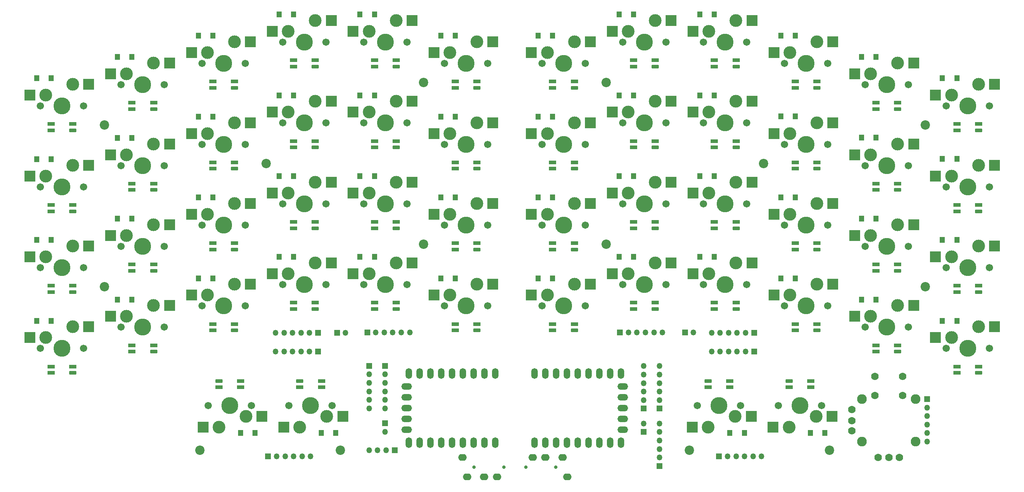
<source format=gbr>
%TF.GenerationSoftware,KiCad,Pcbnew,7.0.8*%
%TF.CreationDate,2024-04-16T05:21:19+09:00*%
%TF.ProjectId,pcb,7063622e-6b69-4636-9164-5f7063625858,rev?*%
%TF.SameCoordinates,Original*%
%TF.FileFunction,Soldermask,Bot*%
%TF.FilePolarity,Negative*%
%FSLAX46Y46*%
G04 Gerber Fmt 4.6, Leading zero omitted, Abs format (unit mm)*
G04 Created by KiCad (PCBNEW 7.0.8) date 2024-04-16 05:21:19*
%MOMM*%
%LPD*%
G01*
G04 APERTURE LIST*
G04 Aperture macros list*
%AMRoundRect*
0 Rectangle with rounded corners*
0 $1 Rounding radius*
0 $2 $3 $4 $5 $6 $7 $8 $9 X,Y pos of 4 corners*
0 Add a 4 corners polygon primitive as box body*
4,1,4,$2,$3,$4,$5,$6,$7,$8,$9,$2,$3,0*
0 Add four circle primitives for the rounded corners*
1,1,$1+$1,$2,$3*
1,1,$1+$1,$4,$5*
1,1,$1+$1,$6,$7*
1,1,$1+$1,$8,$9*
0 Add four rect primitives between the rounded corners*
20,1,$1+$1,$2,$3,$4,$5,0*
20,1,$1+$1,$4,$5,$6,$7,0*
20,1,$1+$1,$6,$7,$8,$9,0*
20,1,$1+$1,$8,$9,$2,$3,0*%
G04 Aperture macros list end*
%ADD10C,1.701800*%
%ADD11C,3.000000*%
%ADD12C,3.987800*%
%ADD13R,2.550000X2.500000*%
%ADD14C,2.200000*%
%ADD15R,1.350000X1.350000*%
%ADD16O,1.350000X1.350000*%
%ADD17C,0.800000*%
%ADD18O,2.000000X1.600000*%
%ADD19C,1.778000*%
%ADD20C,2.286000*%
%ADD21O,1.500000X2.500000*%
%ADD22O,2.500000X1.500000*%
%ADD23R,1.700000X0.820000*%
%ADD24RoundRect,0.205000X0.645000X0.205000X-0.645000X0.205000X-0.645000X-0.205000X0.645000X-0.205000X0*%
%ADD25RoundRect,0.205000X-0.645000X-0.205000X0.645000X-0.205000X0.645000X0.205000X-0.645000X0.205000X0*%
%ADD26R,1.200000X1.400000*%
G04 APERTURE END LIST*
D10*
%TO.C,SW31_R1*%
X105470000Y-82109851D03*
D11*
X106740000Y-79569851D03*
D12*
X110550000Y-82109851D03*
D11*
X113090000Y-77029851D03*
D10*
X115630000Y-82109851D03*
D13*
X116840000Y-77029851D03*
X102990000Y-79569851D03*
%TD*%
D14*
%TO.C,H11*%
X157550000Y-67609851D03*
%TD*%
D10*
%TO.C,SW42_L1*%
X204370000Y-96109851D03*
D11*
X205640000Y-93569851D03*
D12*
X209450000Y-96109851D03*
D11*
X211990000Y-91029851D03*
D10*
X214530000Y-96109851D03*
D13*
X215740000Y-91029851D03*
X201890000Y-93569851D03*
%TD*%
D10*
%TO.C,SW52_L1*%
X185370000Y-101109851D03*
D11*
X186640000Y-98569851D03*
D12*
X190450000Y-101109851D03*
D11*
X192990000Y-96029851D03*
D10*
X195530000Y-101109851D03*
D13*
X196740000Y-96029851D03*
X182890000Y-98569851D03*
%TD*%
D10*
%TO.C,SW12_R1*%
X143470000Y-96109851D03*
D11*
X144740000Y-93569851D03*
D12*
X148550000Y-96109851D03*
D11*
X151090000Y-91029851D03*
D10*
X153630000Y-96109851D03*
D13*
X154840000Y-91029851D03*
X140990000Y-93569851D03*
%TD*%
D10*
%TO.C,SW11_R1*%
X143470000Y-77109851D03*
D11*
X144740000Y-74569851D03*
D12*
X148550000Y-77109851D03*
D11*
X151090000Y-72029851D03*
D10*
X153630000Y-77109851D03*
D13*
X154840000Y-72029851D03*
X140990000Y-74569851D03*
%TD*%
D14*
%TO.C,H6*%
X220000000Y-154000000D03*
%TD*%
D10*
%TO.C,SW50_R1*%
X67470000Y-73109851D03*
D11*
X68740000Y-70569851D03*
D12*
X72550000Y-73109851D03*
D11*
X75090000Y-68029851D03*
D10*
X77630000Y-73109851D03*
D13*
X78840000Y-68029851D03*
X64990000Y-70569851D03*
%TD*%
D10*
%TO.C,SW10_R1*%
X143470000Y-58109851D03*
D11*
X144740000Y-55569851D03*
D12*
X148550000Y-58109851D03*
D11*
X151090000Y-53029851D03*
D10*
X153630000Y-58109851D03*
D13*
X154840000Y-53029851D03*
X140990000Y-55569851D03*
%TD*%
D10*
%TO.C,SW14_R1*%
X136080000Y-143500000D03*
D11*
X134810000Y-146040000D03*
D12*
X131000000Y-143500000D03*
D11*
X128460000Y-148580000D03*
D10*
X125920000Y-143500000D03*
D13*
X124710000Y-148580000D03*
X138560000Y-146040000D03*
%TD*%
D10*
%TO.C,SW40_R1*%
X86470000Y-68109851D03*
D11*
X87740000Y-65569851D03*
D12*
X91550000Y-68109851D03*
D11*
X94090000Y-63029851D03*
D10*
X96630000Y-68109851D03*
D13*
X97840000Y-63029851D03*
X83990000Y-65569851D03*
%TD*%
D10*
%TO.C,SW32_R1*%
X105470000Y-101109851D03*
D11*
X106740000Y-98569851D03*
D12*
X110550000Y-101109851D03*
D11*
X113090000Y-96029851D03*
D10*
X115630000Y-101109851D03*
D13*
X116840000Y-96029851D03*
X102990000Y-98569851D03*
%TD*%
D14*
%TO.C,H10*%
X120550000Y-86609851D03*
%TD*%
D10*
%TO.C,SW12_L1*%
X261370000Y-106109851D03*
D11*
X262640000Y-103569851D03*
D12*
X266450000Y-106109851D03*
D11*
X268990000Y-101029851D03*
D10*
X271530000Y-106109851D03*
D13*
X272740000Y-101029851D03*
X258890000Y-103569851D03*
%TD*%
D10*
%TO.C,SW53_R1*%
X67470000Y-130109851D03*
D11*
X68740000Y-127569851D03*
D12*
X72550000Y-130109851D03*
D11*
X75090000Y-125029851D03*
D10*
X77630000Y-130109851D03*
D13*
X78840000Y-125029851D03*
X64990000Y-127569851D03*
%TD*%
D10*
%TO.C,SW42_R1*%
X86470000Y-106109851D03*
D11*
X87740000Y-103569851D03*
D12*
X91550000Y-106109851D03*
D11*
X94090000Y-101029851D03*
D10*
X96630000Y-106109851D03*
D13*
X97840000Y-101029851D03*
X83990000Y-103569851D03*
%TD*%
D10*
%TO.C,SW33_R1*%
X105470000Y-120109851D03*
D11*
X106740000Y-117569851D03*
D12*
X110550000Y-120109851D03*
D11*
X113090000Y-115029851D03*
D10*
X115630000Y-120109851D03*
D13*
X116840000Y-115029851D03*
X102990000Y-117569851D03*
%TD*%
D14*
%TO.C,H1*%
X200450000Y-67609851D03*
%TD*%
D15*
%TO.C,Col_L1*%
X209250000Y-144250000D03*
D16*
X209250000Y-142250000D03*
X209250000Y-140250000D03*
X209250000Y-138250000D03*
X209250000Y-136250000D03*
X209250000Y-134250000D03*
%TD*%
D10*
%TO.C,SW10_L1*%
X261370000Y-68109851D03*
D11*
X262640000Y-65569851D03*
D12*
X266450000Y-68109851D03*
D11*
X268990000Y-63029851D03*
D10*
X271530000Y-68109851D03*
D13*
X272740000Y-63029851D03*
X258890000Y-65569851D03*
%TD*%
D10*
%TO.C,SW22_R1*%
X124470000Y-96109851D03*
D11*
X125740000Y-93569851D03*
D12*
X129550000Y-96109851D03*
D11*
X132090000Y-91029851D03*
D10*
X134630000Y-96109851D03*
D13*
X135840000Y-91029851D03*
X121990000Y-93569851D03*
%TD*%
D17*
%TO.C,TRRS1*%
X176400000Y-158000000D03*
X169400000Y-158000000D03*
D18*
X167800000Y-160300000D03*
X171800000Y-160300000D03*
X174800000Y-160300000D03*
X166700000Y-155700000D03*
%TD*%
D15*
%TO.C,MatrixC_R1*%
X132750000Y-130800000D03*
D16*
X130750000Y-130800000D03*
X128750000Y-130800000D03*
X126750000Y-130800000D03*
X124750000Y-130800000D03*
X122750000Y-130800000D03*
%TD*%
D15*
%TO.C,Joystick1*%
X213000000Y-157750000D03*
D16*
X213000000Y-155750000D03*
X213000000Y-153750000D03*
X213000000Y-151750000D03*
X213000000Y-149750000D03*
X213000000Y-147750000D03*
%TD*%
D10*
%TO.C,SW53_L1*%
X185370000Y-120109851D03*
D11*
X186640000Y-117569851D03*
D12*
X190450000Y-120109851D03*
D11*
X192990000Y-115029851D03*
D10*
X195530000Y-120109851D03*
D13*
X196740000Y-115029851D03*
X182890000Y-117569851D03*
%TD*%
D17*
%TO.C,TRRS2*%
X181600000Y-158000000D03*
X188600000Y-158000000D03*
D18*
X190200000Y-155700000D03*
X186200000Y-155700000D03*
X183200000Y-155700000D03*
X191300000Y-160300000D03*
%TD*%
D15*
%TO.C,Main_to_Sub1*%
X144300000Y-126359851D03*
D16*
X146300000Y-126359851D03*
X148300000Y-126359851D03*
X150300000Y-126359851D03*
X152300000Y-126359851D03*
X154300000Y-126359851D03*
%TD*%
D15*
%TO.C,Main_to_Sub_L1*%
X203700000Y-126359851D03*
D16*
X205700000Y-126359851D03*
X207700000Y-126359851D03*
X209700000Y-126359851D03*
X211700000Y-126359851D03*
X213700000Y-126359851D03*
%TD*%
D10*
%TO.C,SW21_R1*%
X124470000Y-77109851D03*
D11*
X125740000Y-74569851D03*
D12*
X129550000Y-77109851D03*
D11*
X132090000Y-72029851D03*
D10*
X134630000Y-77109851D03*
D13*
X135840000Y-72029851D03*
X121990000Y-74569851D03*
%TD*%
D19*
%TO.C,Joystick3*%
X263653246Y-136701873D03*
X270153246Y-136701873D03*
X263653246Y-141201873D03*
X270153246Y-141201873D03*
X264403246Y-155701873D03*
X266903246Y-155701873D03*
X269403246Y-155701873D03*
D20*
X260603246Y-142001873D03*
X260603246Y-152001873D03*
X273203246Y-152001873D03*
X273203246Y-142001873D03*
D19*
X258203246Y-144501873D03*
X258203246Y-147049212D03*
X258203246Y-149501873D03*
%TD*%
D10*
%TO.C,SW41_R1*%
X86470000Y-87109851D03*
D11*
X87740000Y-84569851D03*
D12*
X91550000Y-87109851D03*
D11*
X94090000Y-82029851D03*
D10*
X96630000Y-87109851D03*
D13*
X97840000Y-82029851D03*
X83990000Y-84569851D03*
%TD*%
D15*
%TO.C,MatrixR_R1*%
X235250000Y-126400000D03*
D16*
X233250000Y-126400000D03*
X231250000Y-126400000D03*
X229250000Y-126400000D03*
X227250000Y-126400000D03*
X225250000Y-126400000D03*
%TD*%
D10*
%TO.C,SW23_L1*%
X242370000Y-120109851D03*
D11*
X243640000Y-117569851D03*
D12*
X247450000Y-120109851D03*
D11*
X249990000Y-115029851D03*
D10*
X252530000Y-120109851D03*
D13*
X253740000Y-115029851D03*
X239890000Y-117569851D03*
%TD*%
D15*
%TO.C,Row_R1*%
X144750000Y-134200000D03*
D16*
X144750000Y-136200000D03*
X144750000Y-138200000D03*
X144750000Y-140200000D03*
X144750000Y-142200000D03*
X144750000Y-144200000D03*
%TD*%
D15*
%TO.C,Power_Mtrx_L1*%
X219000000Y-126359851D03*
D16*
X221000000Y-126359851D03*
%TD*%
D14*
%TO.C,H8*%
X82550000Y-77609851D03*
%TD*%
%TO.C,H9*%
X82550000Y-115609851D03*
%TD*%
D10*
%TO.C,SW43_R1*%
X86470000Y-125109851D03*
D11*
X87740000Y-122569851D03*
D12*
X91550000Y-125109851D03*
D11*
X94090000Y-120029851D03*
D10*
X96630000Y-125109851D03*
D13*
X97840000Y-120029851D03*
X83990000Y-122569851D03*
%TD*%
D15*
%TO.C,MatrixC_L1*%
X235250000Y-130800000D03*
D16*
X233250000Y-130800000D03*
X231250000Y-130800000D03*
X229250000Y-130800000D03*
X227250000Y-130800000D03*
X225250000Y-130800000D03*
%TD*%
D14*
%TO.C,H14*%
X138000000Y-154000000D03*
%TD*%
D10*
%TO.C,SW03_L1*%
X280370000Y-130109851D03*
D11*
X281640000Y-127569851D03*
D12*
X285450000Y-130109851D03*
D11*
X287990000Y-125029851D03*
D10*
X290530000Y-130109851D03*
D13*
X291740000Y-125029851D03*
X277890000Y-127569851D03*
%TD*%
D10*
%TO.C,SW54_L1*%
X251080000Y-143500000D03*
D11*
X249810000Y-146040000D03*
D12*
X246000000Y-143500000D03*
D11*
X243460000Y-148580000D03*
D10*
X240920000Y-143500000D03*
D13*
X239710000Y-148580000D03*
X253560000Y-146040000D03*
%TD*%
D14*
%TO.C,H4*%
X275450000Y-77609851D03*
%TD*%
D10*
%TO.C,SW00_L1*%
X280370000Y-73109851D03*
D11*
X281640000Y-70569851D03*
D12*
X285450000Y-73109851D03*
D11*
X287990000Y-68029851D03*
D10*
X290530000Y-73109851D03*
D13*
X291740000Y-68029851D03*
X277890000Y-70569851D03*
%TD*%
D14*
%TO.C,H7*%
X253000000Y-154000000D03*
%TD*%
D10*
%TO.C,SW03_R1*%
X162470000Y-120109851D03*
D11*
X163740000Y-117569851D03*
D12*
X167550000Y-120109851D03*
D11*
X170090000Y-115029851D03*
D10*
X172630000Y-120109851D03*
D13*
X173840000Y-115029851D03*
X159990000Y-117569851D03*
%TD*%
D10*
%TO.C,SW32_L1*%
X223370000Y-96109851D03*
D11*
X224640000Y-93569851D03*
D12*
X228450000Y-96109851D03*
D11*
X230990000Y-91029851D03*
D10*
X233530000Y-96109851D03*
D13*
X234740000Y-91029851D03*
X220890000Y-93569851D03*
%TD*%
D10*
%TO.C,SW22_L1*%
X242370000Y-101109851D03*
D11*
X243640000Y-98569851D03*
D12*
X247450000Y-101109851D03*
D11*
X249990000Y-96029851D03*
D10*
X252530000Y-101109851D03*
D13*
X253740000Y-96029851D03*
X239890000Y-98569851D03*
%TD*%
D10*
%TO.C,SW00_R1*%
X162470000Y-63109851D03*
D11*
X163740000Y-60569851D03*
D12*
X167550000Y-63109851D03*
D11*
X170090000Y-58029851D03*
D10*
X172630000Y-63109851D03*
D13*
X173840000Y-58029851D03*
X159990000Y-60569851D03*
%TD*%
D10*
%TO.C,SW02_R1*%
X162470000Y-101109851D03*
D11*
X163740000Y-98569851D03*
D12*
X167550000Y-101109851D03*
D11*
X170090000Y-96029851D03*
D10*
X172630000Y-101109851D03*
D13*
X173840000Y-96029851D03*
X159990000Y-98569851D03*
%TD*%
D15*
%TO.C,Power_Ctrlr_L1*%
X209250000Y-149750000D03*
D16*
X209250000Y-147750000D03*
%TD*%
D15*
%TO.C,Sub_to_Main_L1*%
X227000000Y-155500000D03*
D16*
X229000000Y-155500000D03*
X231000000Y-155500000D03*
X233000000Y-155500000D03*
X235000000Y-155500000D03*
X237000000Y-155500000D03*
%TD*%
D14*
%TO.C,H3*%
X237450000Y-86609851D03*
%TD*%
D10*
%TO.C,SW30_R1*%
X105470000Y-63109851D03*
D11*
X106740000Y-60569851D03*
D12*
X110550000Y-63109851D03*
D11*
X113090000Y-58029851D03*
D10*
X115630000Y-63109851D03*
D13*
X116840000Y-58029851D03*
X102990000Y-60569851D03*
%TD*%
D10*
%TO.C,SW51_R1*%
X67470000Y-92109851D03*
D11*
X68740000Y-89569851D03*
D12*
X72550000Y-92109851D03*
D11*
X75090000Y-87029851D03*
D10*
X77630000Y-92109851D03*
D13*
X78840000Y-87029851D03*
X64990000Y-89569851D03*
%TD*%
D21*
%TO.C,MCU2*%
X183590000Y-135976000D03*
X186130000Y-135976000D03*
X188670000Y-135976000D03*
X191210000Y-135976000D03*
X193750000Y-135976000D03*
X196290000Y-135976000D03*
X198830000Y-135976000D03*
X201370000Y-135976000D03*
X203910000Y-135976000D03*
D22*
X204410000Y-139016000D03*
X204410000Y-141556000D03*
X204410000Y-144096000D03*
X204410000Y-146636000D03*
X204410000Y-149176000D03*
D21*
X203910000Y-152216000D03*
X201370000Y-152216000D03*
X198830000Y-152216000D03*
X196290000Y-152216000D03*
X193750000Y-152216000D03*
X191210000Y-152216000D03*
X188670000Y-152216000D03*
X186130000Y-152216000D03*
X183590000Y-152216000D03*
%TD*%
%TO.C,MCU1*%
X174410000Y-152216000D03*
X171870000Y-152216000D03*
X169330000Y-152216000D03*
X166790000Y-152216000D03*
X164250000Y-152216000D03*
X161710000Y-152216000D03*
X159170000Y-152216000D03*
X156630000Y-152216000D03*
X154090000Y-152216000D03*
D22*
X153590000Y-149176000D03*
X153590000Y-146636000D03*
X153590000Y-144096000D03*
X153590000Y-141556000D03*
X153590000Y-139016000D03*
D21*
X154090000Y-135976000D03*
X156630000Y-135976000D03*
X159170000Y-135976000D03*
X161710000Y-135976000D03*
X164250000Y-135976000D03*
X166790000Y-135976000D03*
X169330000Y-135976000D03*
X171870000Y-135976000D03*
X174410000Y-135976000D03*
%TD*%
D15*
%TO.C,MatrixR_R2*%
X132750000Y-126400000D03*
D16*
X130750000Y-126400000D03*
X128750000Y-126400000D03*
X126750000Y-126400000D03*
X124750000Y-126400000D03*
X122750000Y-126400000D03*
%TD*%
D14*
%TO.C,H13*%
X105000000Y-154000000D03*
%TD*%
D15*
%TO.C,Power_Ctrlr_R1*%
X148500000Y-147700000D03*
D16*
X148500000Y-149700000D03*
%TD*%
D10*
%TO.C,SW30_L1*%
X223370000Y-58109851D03*
D11*
X224640000Y-55569851D03*
D12*
X228450000Y-58109851D03*
D11*
X230990000Y-53029851D03*
D10*
X233530000Y-58109851D03*
D13*
X234740000Y-53029851D03*
X220890000Y-55569851D03*
%TD*%
D15*
%TO.C,Joystick2*%
X275903246Y-142001873D03*
D16*
X275903246Y-144001873D03*
X275903246Y-146001873D03*
X275903246Y-148001873D03*
X275903246Y-150001873D03*
X275903246Y-152001873D03*
%TD*%
D10*
%TO.C,SW21_L1*%
X242370000Y-82109851D03*
D11*
X243640000Y-79569851D03*
D12*
X247450000Y-82109851D03*
D11*
X249990000Y-77029851D03*
D10*
X252530000Y-82109851D03*
D13*
X253740000Y-77029851D03*
X239890000Y-79569851D03*
%TD*%
D15*
%TO.C,Sub_to_Main1*%
X121000000Y-155500000D03*
D16*
X123000000Y-155500000D03*
X125000000Y-155500000D03*
X127000000Y-155500000D03*
X129000000Y-155500000D03*
X131000000Y-155500000D03*
%TD*%
D15*
%TO.C,Power_Mtrx_R1*%
X137200000Y-126400000D03*
D16*
X139200000Y-126400000D03*
%TD*%
D10*
%TO.C,SW51_L1*%
X185370000Y-82109851D03*
D11*
X186640000Y-79569851D03*
D12*
X190450000Y-82109851D03*
D11*
X192990000Y-77029851D03*
D10*
X195530000Y-82109851D03*
D13*
X196740000Y-77029851D03*
X182890000Y-79569851D03*
%TD*%
D10*
%TO.C,SW31_L1*%
X223370000Y-77109851D03*
D11*
X224640000Y-74569851D03*
D12*
X228450000Y-77109851D03*
D11*
X230990000Y-72029851D03*
D10*
X233530000Y-77109851D03*
D13*
X234740000Y-72029851D03*
X220890000Y-74569851D03*
%TD*%
D14*
%TO.C,H12*%
X157550000Y-105609852D03*
%TD*%
D10*
%TO.C,SW52_R1*%
X67470000Y-111109851D03*
D11*
X68740000Y-108569851D03*
D12*
X72550000Y-111109851D03*
D11*
X75090000Y-106029851D03*
D10*
X77630000Y-111109851D03*
D13*
X78840000Y-106029851D03*
X64990000Y-108569851D03*
%TD*%
D10*
%TO.C,SW40_L1*%
X204370000Y-58109851D03*
D11*
X205640000Y-55569851D03*
D12*
X209450000Y-58109851D03*
D11*
X211990000Y-53029851D03*
D10*
X214530000Y-58109851D03*
D13*
X215740000Y-53029851D03*
X201890000Y-55569851D03*
%TD*%
D10*
%TO.C,SW23_R1*%
X124470000Y-115109851D03*
D11*
X125740000Y-112569851D03*
D12*
X129550000Y-115109851D03*
D11*
X132090000Y-110029851D03*
D10*
X134630000Y-115109851D03*
D13*
X135840000Y-110029851D03*
X121990000Y-112569851D03*
%TD*%
D10*
%TO.C,SW13_L1*%
X261370000Y-125109851D03*
D11*
X262640000Y-122569851D03*
D12*
X266450000Y-125109851D03*
D11*
X268990000Y-120029851D03*
D10*
X271530000Y-125109851D03*
D13*
X272740000Y-120029851D03*
X258890000Y-122569851D03*
%TD*%
D10*
%TO.C,SW33_L1*%
X223370000Y-115109851D03*
D11*
X224640000Y-112569851D03*
D12*
X228450000Y-115109851D03*
D11*
X230990000Y-110029851D03*
D10*
X233530000Y-115109851D03*
D13*
X234740000Y-110029851D03*
X220890000Y-112569851D03*
%TD*%
D10*
%TO.C,SW01_L1*%
X280370000Y-92109851D03*
D11*
X281640000Y-89569851D03*
D12*
X285450000Y-92109851D03*
D11*
X287990000Y-87029851D03*
D10*
X290530000Y-92109851D03*
D13*
X291740000Y-87029851D03*
X277890000Y-89569851D03*
%TD*%
D15*
%TO.C,Row_L1*%
X213000000Y-144250000D03*
D16*
X213000000Y-142250000D03*
X213000000Y-140250000D03*
X213000000Y-138250000D03*
X213000000Y-136250000D03*
X213000000Y-134250000D03*
%TD*%
D10*
%TO.C,SW43_L1*%
X204370000Y-115109851D03*
D11*
X205640000Y-112569851D03*
D12*
X209450000Y-115109851D03*
D11*
X211990000Y-110029851D03*
D10*
X214530000Y-115109851D03*
D13*
X215740000Y-110029851D03*
X201890000Y-112569851D03*
%TD*%
D10*
%TO.C,SW01_R1*%
X162470000Y-82109851D03*
D11*
X163740000Y-79569851D03*
D12*
X167550000Y-82109851D03*
D11*
X170090000Y-77029851D03*
D10*
X172630000Y-82109851D03*
D13*
X173840000Y-77029851D03*
X159990000Y-79569851D03*
%TD*%
D10*
%TO.C,SW02_L1*%
X280370000Y-111109851D03*
D11*
X281640000Y-108569851D03*
D12*
X285450000Y-111109851D03*
D11*
X287990000Y-106029851D03*
D10*
X290530000Y-111109851D03*
D13*
X291740000Y-106029851D03*
X277890000Y-108569851D03*
%TD*%
D10*
%TO.C,SW20_R1*%
X124470000Y-58109851D03*
D11*
X125740000Y-55569851D03*
D12*
X129550000Y-58109851D03*
D11*
X132090000Y-53029851D03*
D10*
X134630000Y-58109851D03*
D13*
X135840000Y-53029851D03*
X121990000Y-55569851D03*
%TD*%
D14*
%TO.C,H2*%
X200450000Y-105609852D03*
%TD*%
D15*
%TO.C,CoL_R1*%
X148500000Y-134200000D03*
D16*
X148500000Y-136200000D03*
X148500000Y-138200000D03*
X148500000Y-140200000D03*
X148500000Y-142200000D03*
X148500000Y-144200000D03*
%TD*%
D15*
%TO.C,I2C_pinout1*%
X150750000Y-154000000D03*
D16*
X148750000Y-154000000D03*
X146750000Y-154000000D03*
X144750000Y-154000000D03*
%TD*%
D10*
%TO.C,SW44_L1*%
X232080000Y-143500000D03*
D11*
X230810000Y-146040000D03*
D12*
X227000000Y-143500000D03*
D11*
X224460000Y-148580000D03*
D10*
X221920000Y-143500000D03*
D13*
X220710000Y-148580000D03*
X234560000Y-146040000D03*
%TD*%
D10*
%TO.C,SW20_L1*%
X242370000Y-63109851D03*
D11*
X243640000Y-60569851D03*
D12*
X247450000Y-63109851D03*
D11*
X249990000Y-58029851D03*
D10*
X252530000Y-63109851D03*
D13*
X253740000Y-58029851D03*
X239890000Y-60569851D03*
%TD*%
D10*
%TO.C,SW11_L1*%
X261370000Y-87109851D03*
D11*
X262640000Y-84569851D03*
D12*
X266450000Y-87109851D03*
D11*
X268990000Y-82029851D03*
D10*
X271530000Y-87109851D03*
D13*
X272740000Y-82029851D03*
X258890000Y-84569851D03*
%TD*%
D14*
%TO.C,H5*%
X275450000Y-115609851D03*
%TD*%
D10*
%TO.C,SW50_L1*%
X185370000Y-63109851D03*
D11*
X186640000Y-60569851D03*
D12*
X190450000Y-63109851D03*
D11*
X192990000Y-58029851D03*
D10*
X195530000Y-63109851D03*
D13*
X196740000Y-58029851D03*
X182890000Y-60569851D03*
%TD*%
D10*
%TO.C,SW04_R1*%
X117080000Y-143500000D03*
D11*
X115810000Y-146040000D03*
D12*
X112000000Y-143500000D03*
D11*
X109460000Y-148580000D03*
D10*
X106920000Y-143500000D03*
D13*
X105710000Y-148580000D03*
X119560000Y-146040000D03*
%TD*%
D10*
%TO.C,SW13_R1*%
X143470000Y-115109851D03*
D11*
X144740000Y-112569851D03*
D12*
X148550000Y-115109851D03*
D11*
X151090000Y-110029851D03*
D10*
X153630000Y-115109851D03*
D13*
X154840000Y-110029851D03*
X140990000Y-112569851D03*
%TD*%
D10*
%TO.C,SW41_L1*%
X204370000Y-77109851D03*
D11*
X205640000Y-74569851D03*
D12*
X209450000Y-77109851D03*
D11*
X211990000Y-72029851D03*
D10*
X214530000Y-77109851D03*
D13*
X215740000Y-72029851D03*
X201890000Y-74569851D03*
%TD*%
D23*
%TO.C,LED44_L1*%
X229550000Y-139250000D03*
X229550000Y-137750000D03*
D24*
X224450000Y-137750000D03*
D23*
X224450000Y-139250000D03*
%TD*%
%TO.C,LED32_L1*%
X225900000Y-100359851D03*
X225900000Y-101859851D03*
D25*
X231000000Y-101859851D03*
D23*
X231000000Y-100359851D03*
%TD*%
%TO.C,LED43_R1*%
X89000000Y-129359851D03*
X89000000Y-130859851D03*
D25*
X94100000Y-130859851D03*
D23*
X94100000Y-129359851D03*
%TD*%
%TO.C,LED20_R1*%
X127000000Y-62359851D03*
X127000000Y-63859851D03*
D25*
X132100000Y-63859851D03*
D23*
X132100000Y-62359851D03*
%TD*%
D26*
%TO.C,D23_L1*%
X241500000Y-113609851D03*
X244900000Y-113609851D03*
%TD*%
D23*
%TO.C,LED52_L1*%
X187900000Y-105359851D03*
X187900000Y-106859851D03*
D25*
X193000000Y-106859851D03*
D23*
X193000000Y-105359851D03*
%TD*%
%TO.C,LED03_R1*%
X165000000Y-124359851D03*
X165000000Y-125859851D03*
D25*
X170100000Y-125859851D03*
D23*
X170100000Y-124359851D03*
%TD*%
%TO.C,LED31_R1*%
X108000000Y-86359851D03*
X108000000Y-87859851D03*
D25*
X113100000Y-87859851D03*
D23*
X113100000Y-86359851D03*
%TD*%
%TO.C,LED33_L1*%
X225900000Y-119359851D03*
X225900000Y-120859851D03*
D25*
X231000000Y-120859851D03*
D23*
X231000000Y-119359851D03*
%TD*%
%TO.C,LED33_R1*%
X108000000Y-124359851D03*
X108000000Y-125859851D03*
D25*
X113100000Y-125859851D03*
D23*
X113100000Y-124359851D03*
%TD*%
%TO.C,LED51_R1*%
X70000000Y-96359851D03*
X70000000Y-97859851D03*
D25*
X75100000Y-97859851D03*
D23*
X75100000Y-96359851D03*
%TD*%
D26*
%TO.C,D11_L1*%
X260500000Y-80553306D03*
X263900000Y-80553306D03*
%TD*%
%TO.C,D21_R1*%
X123600000Y-70609851D03*
X127000000Y-70609851D03*
%TD*%
D23*
%TO.C,LED22_R1*%
X127000000Y-100359851D03*
X127000000Y-101859851D03*
D25*
X132100000Y-101859851D03*
D23*
X132100000Y-100359851D03*
%TD*%
%TO.C,LED02_L1*%
X282900000Y-115359851D03*
X282900000Y-116859851D03*
D25*
X288000000Y-116859851D03*
D23*
X288000000Y-115359851D03*
%TD*%
D26*
%TO.C,D10_L1*%
X260500000Y-61609851D03*
X263900000Y-61609851D03*
%TD*%
D23*
%TO.C,LED43_L1*%
X206900000Y-119359851D03*
X206900000Y-120859851D03*
D25*
X212000000Y-120859851D03*
D23*
X212000000Y-119359851D03*
%TD*%
D26*
%TO.C,D03_L1*%
X279500000Y-123609851D03*
X282900000Y-123609851D03*
%TD*%
%TO.C,D00_R1*%
X161600000Y-56609851D03*
X165000000Y-56609851D03*
%TD*%
%TO.C,D53_R1*%
X66600000Y-123609851D03*
X70000000Y-123609851D03*
%TD*%
%TO.C,D53_L1*%
X184500000Y-113609851D03*
X187900000Y-113609851D03*
%TD*%
D23*
%TO.C,LED00_R1*%
X165000000Y-67359851D03*
X165000000Y-68859851D03*
D25*
X170100000Y-68859851D03*
D23*
X170100000Y-67359851D03*
%TD*%
%TO.C,LED21_R1*%
X127000000Y-81359851D03*
X127000000Y-82859851D03*
D25*
X132100000Y-82859851D03*
D23*
X132100000Y-81359851D03*
%TD*%
D26*
%TO.C,D42_R1*%
X85600000Y-99609851D03*
X89000000Y-99609851D03*
%TD*%
%TO.C,D44_L1*%
X232950000Y-150000000D03*
X229550000Y-150000000D03*
%TD*%
D23*
%TO.C,LED40_R1*%
X89000000Y-72359851D03*
X89000000Y-73859851D03*
D25*
X94100000Y-73859851D03*
D23*
X94100000Y-72359851D03*
%TD*%
D26*
%TO.C,D01_L1*%
X279500000Y-85553306D03*
X282900000Y-85553306D03*
%TD*%
%TO.C,D04_R1*%
X117950000Y-150000000D03*
X114550000Y-150000000D03*
%TD*%
%TO.C,D33_L1*%
X222500000Y-108609851D03*
X225900000Y-108609851D03*
%TD*%
%TO.C,D01_R1*%
X161600000Y-75609851D03*
X165000000Y-75609851D03*
%TD*%
D23*
%TO.C,LED01_R1*%
X165000000Y-86359851D03*
X165000000Y-87859851D03*
D25*
X170100000Y-87859851D03*
D23*
X170100000Y-86359851D03*
%TD*%
D26*
%TO.C,D50_L1*%
X184500000Y-56609851D03*
X187900000Y-56609851D03*
%TD*%
D23*
%TO.C,LED02_R1*%
X165000000Y-105359851D03*
X165000000Y-106859851D03*
D25*
X170100000Y-106859851D03*
D23*
X170100000Y-105359851D03*
%TD*%
D26*
%TO.C,D43_L1*%
X203500000Y-108609851D03*
X206900000Y-108609851D03*
%TD*%
%TO.C,D41_R1*%
X85600000Y-80609851D03*
X89000000Y-80609851D03*
%TD*%
%TO.C,D20_L1*%
X241500000Y-56609851D03*
X244900000Y-56609851D03*
%TD*%
D23*
%TO.C,LED11_L1*%
X263900000Y-91359851D03*
X263900000Y-92859851D03*
D25*
X269000000Y-92859851D03*
D23*
X269000000Y-91359851D03*
%TD*%
D26*
%TO.C,D22_L1*%
X241500000Y-94609851D03*
X244900000Y-94609851D03*
%TD*%
D23*
%TO.C,LED23_R1*%
X127000000Y-119359851D03*
X127000000Y-120859851D03*
D25*
X132100000Y-120859851D03*
D23*
X132100000Y-119359851D03*
%TD*%
D26*
%TO.C,D02_R1*%
X161600000Y-94609851D03*
X165000000Y-94609851D03*
%TD*%
D23*
%TO.C,LE300_R1*%
X108000000Y-67359851D03*
X108000000Y-68859851D03*
D25*
X113100000Y-68859851D03*
D23*
X113100000Y-67359851D03*
%TD*%
%TO.C,LED41_L1*%
X206900000Y-81359851D03*
X206900000Y-82859851D03*
D25*
X212000000Y-82859851D03*
D23*
X212000000Y-81359851D03*
%TD*%
D26*
%TO.C,D11_R1*%
X142600000Y-70609851D03*
X146000000Y-70609851D03*
%TD*%
%TO.C,D10_R1*%
X142600000Y-51609851D03*
X146000000Y-51609851D03*
%TD*%
D23*
%TO.C,LED03_L1*%
X282900000Y-134359851D03*
X282900000Y-135859851D03*
D25*
X288000000Y-135859851D03*
D23*
X288000000Y-134359851D03*
%TD*%
D26*
%TO.C,D50_R1*%
X66600000Y-66609851D03*
X70000000Y-66609851D03*
%TD*%
%TO.C,D00_L1*%
X279500000Y-66609851D03*
X282900000Y-66609851D03*
%TD*%
D23*
%TO.C,LED10_R1*%
X146000000Y-62359851D03*
X146000000Y-63859851D03*
D25*
X151100000Y-63859851D03*
D23*
X151100000Y-62359851D03*
%TD*%
%TO.C,LED50_L1*%
X187900000Y-67359851D03*
X187900000Y-68859851D03*
D25*
X193000000Y-68859851D03*
D23*
X193000000Y-67359851D03*
%TD*%
%TO.C,LED50_R1*%
X70000000Y-77359851D03*
X70000000Y-78859851D03*
D25*
X75100000Y-78859851D03*
D23*
X75100000Y-77359851D03*
%TD*%
%TO.C,LED10_L1*%
X263900000Y-72359851D03*
X263900000Y-73859851D03*
D25*
X269000000Y-73859851D03*
D23*
X269000000Y-72359851D03*
%TD*%
D26*
%TO.C,D40_L1*%
X203500000Y-51609851D03*
X206900000Y-51609851D03*
%TD*%
%TO.C,D31_R1*%
X104600000Y-75609851D03*
X108000000Y-75609851D03*
%TD*%
%TO.C,D32_R1*%
X104600000Y-94609851D03*
X108000000Y-94609851D03*
%TD*%
%TO.C,D20_R1*%
X123600000Y-51609851D03*
X127000000Y-51609851D03*
%TD*%
%TO.C,D30_L1*%
X222500000Y-51609851D03*
X225900000Y-51609851D03*
%TD*%
D23*
%TO.C,LED13_L1*%
X263900000Y-129359851D03*
X263900000Y-130859851D03*
D25*
X269000000Y-130859851D03*
D23*
X269000000Y-129359851D03*
%TD*%
%TO.C,LED42_L1*%
X206900000Y-100359851D03*
X206900000Y-101859851D03*
D25*
X212000000Y-101859851D03*
D23*
X212000000Y-100359851D03*
%TD*%
%TO.C,LED52_R1*%
X70000000Y-115359851D03*
X70000000Y-116859851D03*
D25*
X75100000Y-116859851D03*
D23*
X75100000Y-115359851D03*
%TD*%
%TO.C,LED11_R1*%
X146000000Y-81359851D03*
X146000000Y-82859851D03*
D25*
X151100000Y-82859851D03*
D23*
X151100000Y-81359851D03*
%TD*%
D26*
%TO.C,D22_R1*%
X123600000Y-89609851D03*
X127000000Y-89609851D03*
%TD*%
D23*
%TO.C,LED53_R1*%
X70000000Y-134359851D03*
X70000000Y-135859851D03*
D25*
X75100000Y-135859851D03*
D23*
X75100000Y-134359851D03*
%TD*%
%TO.C,LED31_L1*%
X225900000Y-81359851D03*
X225900000Y-82859851D03*
D25*
X231000000Y-82859851D03*
D23*
X231000000Y-81359851D03*
%TD*%
D26*
%TO.C,D33_R1*%
X104600000Y-113609851D03*
X108000000Y-113609851D03*
%TD*%
D23*
%TO.C,LED23_L1*%
X244900000Y-124359851D03*
X244900000Y-125859851D03*
D25*
X250000000Y-125859851D03*
D23*
X250000000Y-124359851D03*
%TD*%
D26*
%TO.C,D02_L1*%
X279500000Y-104609851D03*
X282900000Y-104609851D03*
%TD*%
%TO.C,D32_L1*%
X222500000Y-89609851D03*
X225900000Y-89609851D03*
%TD*%
D23*
%TO.C,LED21_L1*%
X244900000Y-86359851D03*
X244900000Y-87859851D03*
D25*
X250000000Y-87859851D03*
D23*
X250000000Y-86359851D03*
%TD*%
D26*
%TO.C,D41_L1*%
X203500000Y-70609851D03*
X206900000Y-70609851D03*
%TD*%
%TO.C,D51_R1*%
X66600000Y-85609851D03*
X70000000Y-85609851D03*
%TD*%
%TO.C,D23_R1*%
X123600000Y-108609851D03*
X127000000Y-108609851D03*
%TD*%
%TO.C,D31_L1*%
X222500000Y-70609851D03*
X225900000Y-70609851D03*
%TD*%
%TO.C,D13_R1*%
X142600000Y-108609851D03*
X146000000Y-108609851D03*
%TD*%
%TO.C,D40_R1*%
X85600000Y-61609851D03*
X89000000Y-61609851D03*
%TD*%
%TO.C,D52_R1*%
X66600000Y-104609851D03*
X70000000Y-104609851D03*
%TD*%
D23*
%TO.C,LED13_R1*%
X146000000Y-119359851D03*
X146000000Y-120859851D03*
D25*
X151100000Y-120859851D03*
D23*
X151100000Y-119359851D03*
%TD*%
%TO.C,LED14_R1*%
X133550000Y-139250000D03*
X133550000Y-137750000D03*
D24*
X128450000Y-137750000D03*
D23*
X128450000Y-139250000D03*
%TD*%
D26*
%TO.C,D54_L1*%
X251900000Y-150000000D03*
X248500000Y-150000000D03*
%TD*%
D23*
%TO.C,LED41_R1*%
X89000000Y-91359851D03*
X89000000Y-92859851D03*
D25*
X94100000Y-92859851D03*
D23*
X94100000Y-91359851D03*
%TD*%
D26*
%TO.C,D12_L1*%
X260500000Y-99609851D03*
X263900000Y-99609851D03*
%TD*%
%TO.C,D21_L1*%
X241500000Y-75553306D03*
X244900000Y-75553306D03*
%TD*%
D23*
%TO.C,LED04_R1*%
X114550000Y-139250000D03*
X114550000Y-137750000D03*
D24*
X109450000Y-137750000D03*
D23*
X109450000Y-139250000D03*
%TD*%
D26*
%TO.C,D12_R1*%
X142600000Y-89609851D03*
X146000000Y-89609851D03*
%TD*%
%TO.C,D43_R1*%
X85600000Y-118609851D03*
X89000000Y-118609851D03*
%TD*%
D23*
%TO.C,LED00_L1*%
X282900000Y-77359851D03*
X282900000Y-78859851D03*
D25*
X288000000Y-78859851D03*
D23*
X288000000Y-77359851D03*
%TD*%
%TO.C,LED30_L1*%
X225900000Y-62359851D03*
X225900000Y-63859851D03*
D25*
X231000000Y-63859851D03*
D23*
X231000000Y-62359851D03*
%TD*%
%TO.C,LED32_R1*%
X108000000Y-105359851D03*
X108000000Y-106859851D03*
D25*
X113100000Y-106859851D03*
D23*
X113100000Y-105359851D03*
%TD*%
%TO.C,LED12_R1*%
X146000000Y-100359851D03*
X146000000Y-101859851D03*
D25*
X151100000Y-101859851D03*
D23*
X151100000Y-100359851D03*
%TD*%
%TO.C,LED42_R1*%
X89000000Y-110359851D03*
X89000000Y-111859851D03*
D25*
X94100000Y-111859851D03*
D23*
X94100000Y-110359851D03*
%TD*%
%TO.C,LED51_L1*%
X187900000Y-86359851D03*
X187900000Y-87859851D03*
D25*
X193000000Y-87859851D03*
D23*
X193000000Y-86359851D03*
%TD*%
D26*
%TO.C,D30_R1*%
X104600000Y-56609851D03*
X108000000Y-56609851D03*
%TD*%
%TO.C,D14_R1*%
X136900000Y-150000000D03*
X133500000Y-150000000D03*
%TD*%
D23*
%TO.C,LED54_L1*%
X248550000Y-139250000D03*
X248550000Y-137750000D03*
D24*
X243450000Y-137750000D03*
D23*
X243450000Y-139250000D03*
%TD*%
%TO.C,LED53_L1*%
X187900000Y-124359851D03*
X187900000Y-125859851D03*
D25*
X193000000Y-125859851D03*
D23*
X193000000Y-124359851D03*
%TD*%
%TO.C,LED40_L1*%
X206900000Y-62359851D03*
X206900000Y-63859851D03*
D25*
X212000000Y-63859851D03*
D23*
X212000000Y-62359851D03*
%TD*%
%TO.C,LED12_L1*%
X263900000Y-110359851D03*
X263900000Y-111859851D03*
D25*
X269000000Y-111859851D03*
D23*
X269000000Y-110359851D03*
%TD*%
D26*
%TO.C,D51_L1*%
X184500000Y-75609851D03*
X187900000Y-75609851D03*
%TD*%
D23*
%TO.C,LED01_L1*%
X282900000Y-96359851D03*
X282900000Y-97859851D03*
D25*
X288000000Y-97859851D03*
D23*
X288000000Y-96359851D03*
%TD*%
%TO.C,LED20_L1*%
X244900000Y-67359851D03*
X244900000Y-68859851D03*
D25*
X250000000Y-68859851D03*
D23*
X250000000Y-67359851D03*
%TD*%
%TO.C,LED22_L1*%
X244900000Y-105359851D03*
X244900000Y-106859851D03*
D25*
X250000000Y-106859851D03*
D23*
X250000000Y-105359851D03*
%TD*%
D26*
%TO.C,D42_L1*%
X203500000Y-89609851D03*
X206900000Y-89609851D03*
%TD*%
%TO.C,D03_R1*%
X161600000Y-113609851D03*
X165000000Y-113609851D03*
%TD*%
%TO.C,D52_L1*%
X184500000Y-94609851D03*
X187900000Y-94609851D03*
%TD*%
%TO.C,D13_L1*%
X260500000Y-118609851D03*
X263900000Y-118609851D03*
%TD*%
M02*

</source>
